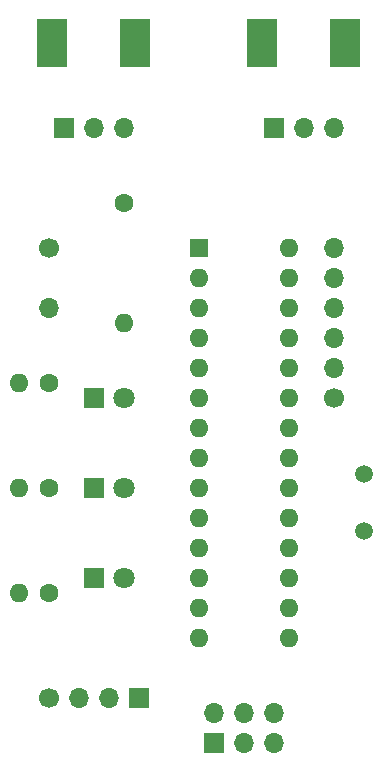
<source format=gbr>
%TF.GenerationSoftware,KiCad,Pcbnew,(6.0.5)*%
%TF.CreationDate,2022-08-03T12:20:48+10:00*%
%TF.ProjectId,special_target,73706563-6961-46c5-9f74-61726765742e,rev?*%
%TF.SameCoordinates,Original*%
%TF.FileFunction,Soldermask,Bot*%
%TF.FilePolarity,Negative*%
%FSLAX46Y46*%
G04 Gerber Fmt 4.6, Leading zero omitted, Abs format (unit mm)*
G04 Created by KiCad (PCBNEW (6.0.5)) date 2022-08-03 12:20:48*
%MOMM*%
%LPD*%
G01*
G04 APERTURE LIST*
%ADD10C,1.700000*%
%ADD11O,1.700000X1.700000*%
%ADD12C,1.600000*%
%ADD13O,1.600000X1.600000*%
%ADD14C,1.500000*%
%ADD15R,1.800000X1.800000*%
%ADD16C,1.800000*%
%ADD17R,2.665000X4.190000*%
%ADD18R,1.700000X1.700000*%
%ADD19R,1.600000X1.600000*%
G04 APERTURE END LIST*
D10*
%TO.C,J7*%
X121920000Y-115570000D03*
D11*
X121920000Y-113030000D03*
X121920000Y-110490000D03*
X121920000Y-107950000D03*
X121920000Y-105410000D03*
X121920000Y-102870000D03*
%TD*%
D10*
%TO.C,SW1*%
X97790000Y-102875001D03*
D11*
X97790000Y-107955001D03*
%TD*%
D12*
%TO.C,R1*%
X104140000Y-99050000D03*
D13*
X104140000Y-109210000D03*
%TD*%
D12*
%TO.C,R4*%
X97790000Y-132070000D03*
D13*
X95250000Y-132070000D03*
%TD*%
D14*
%TO.C,Y1*%
X124460000Y-126900000D03*
X124460000Y-122020000D03*
%TD*%
D15*
%TO.C,D3*%
X101600000Y-130800000D03*
D16*
X104140000Y-130800000D03*
%TD*%
D17*
%TO.C,J4*%
X122872500Y-85545000D03*
X115887500Y-85545000D03*
%TD*%
D10*
%TO.C,J2*%
X97800008Y-140970000D03*
D11*
X100340000Y-140970000D03*
X102880000Y-140970000D03*
D18*
X105420008Y-140970000D03*
%TD*%
D19*
%TO.C,U1*%
X110500000Y-102870000D03*
D13*
X110500000Y-105410000D03*
X110500000Y-107950000D03*
X110500000Y-110490000D03*
X110500000Y-113030000D03*
X110500000Y-115570000D03*
X110500000Y-118110000D03*
X110500000Y-120650000D03*
X110500000Y-123190000D03*
X110500000Y-125730000D03*
X110500000Y-128270000D03*
X110500000Y-130810000D03*
X110500000Y-133350000D03*
X110500000Y-135890000D03*
X118120000Y-135890000D03*
X118120000Y-133350000D03*
X118120000Y-130810000D03*
X118120000Y-128270000D03*
X118120000Y-125730000D03*
X118120000Y-123190000D03*
X118120000Y-120650000D03*
X118120000Y-118110000D03*
X118120000Y-115570000D03*
X118120000Y-113030000D03*
X118120000Y-110490000D03*
X118120000Y-107950000D03*
X118120000Y-105410000D03*
X118120000Y-102870000D03*
%TD*%
D18*
%TO.C,J6*%
X99060000Y-92710000D03*
D11*
X101600000Y-92710000D03*
X104140000Y-92710000D03*
%TD*%
D12*
%TO.C,R2*%
X97790000Y-114290000D03*
D13*
X95250000Y-114290000D03*
%TD*%
D15*
%TO.C,D2*%
X101600000Y-123180000D03*
D16*
X104140000Y-123180000D03*
%TD*%
D17*
%TO.C,J5*%
X98107500Y-85544990D03*
X105092500Y-85544990D03*
%TD*%
D18*
%TO.C,J1*%
X111775000Y-144775000D03*
D11*
X111775000Y-142235000D03*
X114315000Y-144775000D03*
X114315000Y-142235000D03*
X116855000Y-144775000D03*
X116855000Y-142235000D03*
%TD*%
D12*
%TO.C,R3*%
X97790000Y-123180000D03*
D13*
X95250000Y-123180000D03*
%TD*%
D15*
%TO.C,D1*%
X101600000Y-115560000D03*
D16*
X104140000Y-115560000D03*
%TD*%
D18*
%TO.C,J3*%
X116855000Y-92725000D03*
D11*
X119395000Y-92725000D03*
X121935000Y-92725000D03*
%TD*%
M02*

</source>
